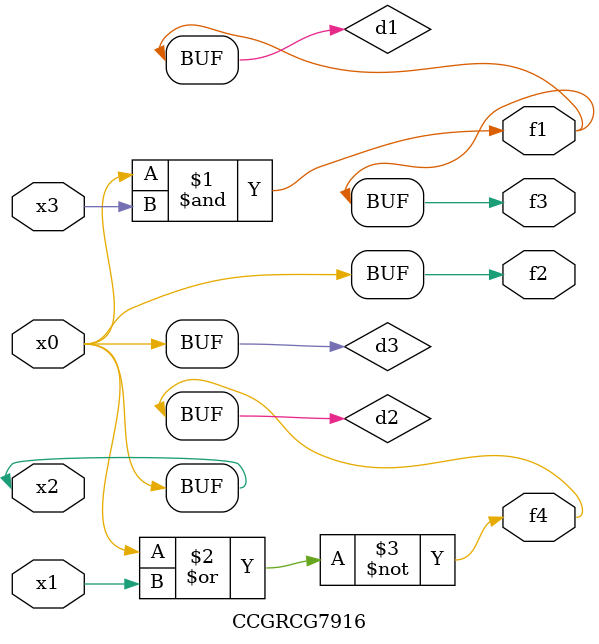
<source format=v>
module CCGRCG7916(
	input x0, x1, x2, x3,
	output f1, f2, f3, f4
);

	wire d1, d2, d3;

	and (d1, x2, x3);
	nor (d2, x0, x1);
	buf (d3, x0, x2);
	assign f1 = d1;
	assign f2 = d3;
	assign f3 = d1;
	assign f4 = d2;
endmodule

</source>
